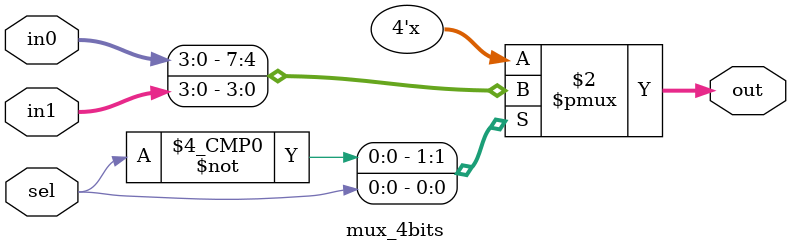
<source format=v>
module mux_4bits(in0, in1, sel, out);
parameter N = 3;
input [N:0] in0;
input [N:0] in1;
input sel;
output reg [N:0] out;

always @(*) begin
  case (sel)
      0 : out = in0;
      1 : out = in1;
  endcase
end

endmodule // adder_4bits
</source>
